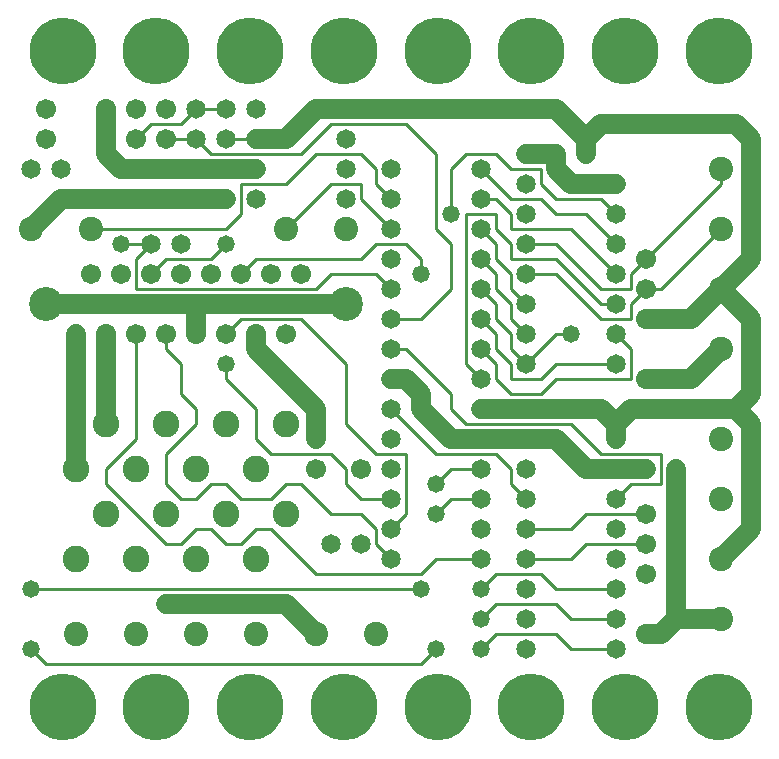
<source format=gbl>
%MOIN*%
%FSLAX25Y25*%
G04 D10 used for Character Trace; *
G04     Circle (OD=.01000) (No hole)*
G04 D11 used for Power Trace; *
G04     Circle (OD=.06700) (No hole)*
G04 D12 used for Signal Trace; *
G04     Circle (OD=.01100) (No hole)*
G04 D13 used for Via; *
G04     Circle (OD=.05800) (Round. Hole ID=.02800)*
G04 D14 used for Component hole; *
G04     Circle (OD=.06500) (Round. Hole ID=.03500)*
G04 D15 used for Component hole; *
G04     Circle (OD=.06700) (Round. Hole ID=.04300)*
G04 D16 used for Component hole; *
G04     Circle (OD=.08100) (Round. Hole ID=.05100)*
G04 D17 used for Component hole; *
G04     Circle (OD=.08900) (Round. Hole ID=.05900)*
G04 D18 used for Component hole; *
G04     Circle (OD=.11300) (Round. Hole ID=.08300)*
G04 D19 used for Component hole; *
G04     Circle (OD=.16000) (Round. Hole ID=.13000)*
G04 D20 used for Component hole; *
G04     Circle (OD=.18300) (Round. Hole ID=.15300)*
G04 D21 used for Component hole; *
G04     Circle (OD=.22291) (Round. Hole ID=.19291)*
%ADD10C,.01000*%
%ADD11C,.06700*%
%ADD12C,.01100*%
%ADD13C,.05800*%
%ADD14C,.06500*%
%ADD15C,.06700*%
%ADD16C,.08100*%
%ADD17C,.08900*%
%ADD18C,.11300*%
%ADD19C,.16000*%
%ADD20C,.18300*%
%ADD21C,.22291*%
%IPPOS*%
%LPD*%
G90*X0Y0D02*D21*X15625Y15625D03*D12*              
X10000Y30000D02*X135000D01*X140000Y35000D01*D13*  
D03*X155000D03*D12*X160000Y40000D01*X180000D01*   
X185000Y35000D01*X200000D01*D14*D03*Y45000D03*D12*
X185000D01*X180000Y50000D01*X160000D01*           
X155000Y45000D01*D13*D03*Y55000D03*D12*           
X160000Y60000D01*X175000D01*X180000Y55000D01*     
X200000D01*D14*D03*Y65000D03*D15*X210000Y60000D03*
D11*Y40000D02*X215000D01*D15*X210000D03*D11*      
X215000D02*X220000Y45000D01*X235000D01*D16*D03*   
D11*X220000D02*Y95000D01*D13*D03*D12*             
X215000Y90000D02*Y100000D01*X205000Y90000D02*     
X215000D01*X200000Y85000D02*X205000Y90000D01*D14* 
X200000Y85000D03*D13*X210000Y95000D03*D11*        
X200000D01*D14*D03*D11*X190000D01*                
X180000Y105000D01*D14*D03*D11*X155000D01*D14*D03* 
D11*X145000D01*X135000Y115000D01*Y120000D01*      
X130000Y125000D01*X125000D01*D14*D03*D12*         
X145000Y120000D02*X130000Y135000D01*              
X145000Y115000D02*Y120000D01*X150000Y110000D02*   
X145000Y115000D01*X150000Y110000D02*X185000D01*   
X195000Y100000D01*X215000D01*D11*                 
X200000Y105000D02*Y110000D01*D14*Y105000D03*D11*  
Y110000D02*X205000Y115000D01*X240000D01*          
X245000Y110000D01*Y75000D01*X235000Y65000D01*D16* 
D03*Y85000D03*D15*X210000Y80000D03*D12*X190000D01*
X185000Y75000D01*X170000D01*D14*D03*Y85000D03*D12*
X165000Y90000D01*Y95000D01*X160000Y100000D01*     
X140000D01*X125000Y115000D01*D14*D03*Y105000D03*  
D12*X110000Y110000D02*Y130000D01*                 
X120000Y100000D02*X110000Y110000D01*              
X120000Y100000D02*X130000D01*Y80000D01*           
X125000Y75000D01*D14*D03*D12*Y65000D02*           
X120000Y70000D01*D14*X125000Y65000D03*D12*        
X120000Y70000D02*Y75000D01*X115000Y80000D01*      
X105000D01*X95000Y90000D01*X90000D01*             
X85000Y85000D01*X75000D01*X70000Y90000D01*        
X65000D01*X60000Y85000D01*X55000D01*              
X50000Y90000D01*Y100000D01*X60000Y110000D01*      
Y115000D01*X55000Y120000D01*Y130000D01*           
X50000Y135000D01*Y140000D01*D15*D03*D11*X60000D02*
Y150000D01*D15*Y140000D03*D13*X70000Y130000D03*   
D12*Y125000D01*X80000Y115000D01*Y105000D01*       
X85000Y100000D01*X105000D01*X110000Y95000D01*     
Y90000D01*X115000Y85000D01*X125000D01*D14*D03*D15*
X115000Y95000D03*D14*X125000D03*X115000Y70000D03* 
D13*X140000Y80000D03*D12*X145000Y85000D01*        
X155000D01*D14*D03*D12*X140000Y90000D02*          
X145000Y95000D01*D13*X140000Y90000D03*D12*        
X145000Y95000D02*X155000D01*D14*D03*X170000D03*   
D13*Y115000D03*D11*X155000D01*D14*D03*D12*        
X165000Y125000D02*X175000D01*X180000Y130000D01*   
X200000D01*D14*D03*D12*X180000Y125000D02*         
X205000D01*X175000Y120000D02*X180000Y125000D01*   
X165000Y120000D02*X175000D01*X165000D02*          
X160000Y125000D01*Y130000D01*X155000Y135000D01*   
D14*D03*D12*X160000D02*Y140000D01*                
X165000Y130000D02*X160000Y135000D01*              
X165000Y125000D02*Y130000D01*D14*X170000D03*D12*  
X180000Y140000D01*X185000D01*D13*D03*D12*         
X195000Y150000D02*X200000D01*D14*D03*D12*         
X195000Y145000D02*X205000D01*X195000D02*          
X180000Y160000D01*X170000D01*D14*D03*D12*         
X165000Y165000D02*X180000D01*X195000Y150000D01*   
Y155000D02*X205000D01*Y160000D01*                 
X210000Y165000D01*D15*D03*D12*X235000Y190000D01*  
Y195000D01*D16*D03*D11*X245000Y165000D02*         
Y205000D01*X235000Y155000D02*X245000Y165000D01*   
D16*X235000Y155000D03*D11*X225000Y145000D01*      
X210000D01*D15*D03*D12*X205000D02*Y150000D01*D14* 
X200000Y140000D03*D12*X205000Y135000D01*          
Y125000D01*D15*X210000D03*D11*X225000D01*         
X235000Y135000D01*D16*D03*D11*X245000Y120000D02*  
Y145000D01*X240000Y115000D02*X245000Y120000D01*   
D16*X235000Y105000D03*D11*X245000Y145000D02*      
X235000Y155000D01*D16*Y175000D03*D12*             
X215000Y155000D01*X210000D01*D15*D03*D12*         
X205000Y150000D01*X195000Y155000D02*              
X180000Y170000D01*X170000D01*D14*D03*D12*         
X165000Y175000D02*X185000D01*X200000Y160000D01*   
D14*D03*Y170000D03*D12*X190000Y180000D01*         
X180000D01*X175000Y185000D01*X165000D01*          
X155000Y195000D01*D14*D03*D12*X165000D02*         
X160000Y200000D01*X165000Y195000D02*X175000D01*   
Y190000D01*X180000Y185000D01*X195000D01*          
X200000Y180000D01*D14*D03*Y190000D03*D11*         
X185000D01*X180000Y195000D01*Y200000D01*          
X170000D01*D14*D03*D12*X150000D02*X160000D01*     
X145000Y195000D02*X150000Y200000D01*              
X145000Y180000D02*Y195000D01*D13*Y180000D03*D12*  
Y170000D02*X140000Y175000D01*X145000Y155000D02*   
Y170000D01*X135000Y145000D02*X145000Y155000D01*   
X125000Y145000D02*X135000D01*D14*X125000D03*      
Y155000D03*D12*X120000Y160000D01*X105000D01*      
X100000Y155000D01*X40000D01*Y165000D01*           
X45000Y170000D01*D14*D03*D12*X35000D01*D13*D03*   
D15*X45000Y160000D03*D12*X50000Y165000D01*        
X65000D01*X70000Y170000D01*D13*D03*D12*           
X25000Y175000D02*X70000D01*D16*X25000D03*D11*     
X5000D02*X15000Y185000D01*D16*X5000Y175000D03*D11*
X15000Y185000D02*X50000D01*D14*D03*D11*X70000D01* 
D13*D03*D12*Y175000D02*X75000Y180000D01*          
Y190000D01*X90000D01*X100000Y200000D01*X115000D01*
X120000Y195000D01*Y190000D01*X125000Y185000D01*   
D14*D03*D12*X115000D02*Y190000D01*                
X125000Y175000D02*X115000Y185000D01*D14*          
X125000Y175000D03*D12*X135000Y165000D02*          
X130000Y170000D01*X135000Y160000D02*Y165000D01*   
D13*Y160000D03*D14*X125000Y165000D03*D12*         
X120000Y170000D02*X130000D01*X115000Y165000D02*   
X120000Y170000D01*X80000Y165000D02*X115000D01*    
X75000Y160000D02*X80000Y165000D01*D15*            
X75000Y160000D03*X85000D03*X65000D03*D16*         
X90000Y175000D03*D12*X105000Y190000D01*X115000D01*
D14*X110000Y195000D03*Y185000D03*                 
X125000Y195000D03*D16*X110000Y175000D03*D14*      
Y205000D03*D12*X140000Y200000D02*                 
X130000Y210000D01*X140000Y175000D02*Y200000D01*   
X150000Y130000D02*Y180000D01*X155000Y125000D02*   
X150000Y130000D01*D14*X155000Y125000D03*D12*      
X170000Y130000D02*X165000Y135000D01*Y140000D01*   
X160000Y145000D01*Y150000D01*X155000Y155000D01*   
D14*D03*D12*X160000D02*Y160000D01*                
X165000Y150000D02*X160000Y155000D01*              
X165000Y145000D02*Y150000D01*X170000Y140000D02*   
X165000Y145000D01*D14*X170000Y140000D03*          
Y150000D03*D12*X165000Y155000D01*Y160000D01*      
X160000Y165000D01*Y170000D01*X155000Y175000D01*   
D14*D03*D12*X160000D02*Y180000D01*                
X165000Y170000D02*X160000Y175000D01*              
X165000Y165000D02*Y170000D01*X160000Y160000D02*   
X155000Y165000D01*D14*D03*D12*X165000Y175000D02*  
Y180000D01*X160000Y185000D01*X155000D01*D14*D03*  
D12*X150000Y180000D02*X160000D01*D14*X170000D03*  
Y190000D03*D12*X105000Y210000D02*X130000D01*      
X95000Y200000D02*X105000Y210000D01*               
X65000Y200000D02*X95000D01*X65000D02*             
X60000Y205000D01*D14*D03*D12*X50000D01*D15*D03*   
D12*X45000Y210000D02*X55000D01*X40000Y205000D02*  
X45000Y210000D01*D15*X40000Y205000D03*D14*        
X50000Y195000D03*D11*X35000D01*X30000Y200000D01*  
Y205000D01*D15*D03*D11*Y215000D01*D15*D03*        
X40000D03*D11*X50000Y195000D02*X80000D01*D14*D03* 
D11*Y205000D02*X90000D01*D14*X80000D03*D12*       
X70000D01*D14*D03*X80000Y215000D03*X60000D03*D12* 
X55000Y210000D01*X60000Y215000D02*X70000D01*D14*  
D03*D11*X90000Y205000D02*X100000Y215000D01*       
X110000D01*D14*D03*D11*X180000D01*                
X190000Y205000D01*Y200000D01*D14*D03*D11*         
Y205000D02*X195000Y210000D01*X240000D01*          
X245000Y205000D01*D21*X234375Y234375D03*          
X203125D03*X171875D03*D12*X160000Y140000D02*      
X155000Y145000D01*D14*D03*D12*X125000Y135000D02*  
X130000D01*D14*X125000D03*D18*X110000Y150000D03*  
D11*X60000D01*X10000D01*D18*D03*D13*              
X20000Y140000D03*D11*Y95000D01*D17*D03*D12*       
X50000Y70000D02*X30000Y90000D01*X50000Y70000D02*  
X55000D01*X60000Y75000D01*X65000D01*              
X70000Y70000D01*X75000D01*X80000Y75000D01*        
X85000D01*X100000Y60000D01*X135000D01*            
X140000Y65000D01*X155000D01*D14*D03*Y75000D03*    
X170000Y55000D03*Y65000D03*D12*X185000D01*        
X190000Y70000D01*X210000D01*D15*D03*D14*          
X200000Y75000D03*D11*Y110000D02*X195000Y115000D01*
X170000D01*D13*X135000Y55000D03*D12*X5000D01*D13* 
D03*D16*X20000Y40000D03*D17*Y65000D03*D13*        
X5000Y35000D03*D12*X10000Y30000D01*D16*           
X40000Y40000D03*D17*Y65000D03*D21*X46875Y15625D03*
D13*X50000Y50000D03*D11*X90000D01*                
X100000Y40000D01*D16*D03*X120000D03*X80000D03*D21*
X78125Y15625D03*X109375D03*D17*X80000Y65000D03*   
D14*X105000Y70000D03*D21*X140625Y15625D03*D17*    
X60000Y65000D03*D16*Y40000D03*D17*X90000Y80000D03*
X70000D03*X50000D03*D15*X100000Y95000D03*D17*     
X80000D03*X60000D03*X40000D03*D13*                
X100000Y105000D03*D11*Y115000D01*X80000Y135000D01*
Y140000D01*D15*D03*D12*X70000D02*X75000Y145000D01*
D15*X70000Y140000D03*D12*X75000Y145000D02*        
X95000D01*X110000Y130000D01*D17*X90000Y110000D03* 
D15*Y140000D03*X95000Y160000D03*D17*              
X70000Y110000D03*D14*X55000Y170000D03*D15*        
Y160000D03*D14*X80000Y185000D03*D17*              
X50000Y110000D03*D15*X40000Y140000D03*D12*        
Y105000D01*X30000Y95000D01*Y90000D01*D17*         
Y80000D03*Y110000D03*D11*Y140000D01*D15*D03*      
X35000Y160000D03*X25000D03*D14*X15000Y195000D03*  
X5000D03*D15*X10000Y205000D03*X50000Y215000D03*   
X10000D03*D21*X109375Y234375D03*X78125D03*        
X46875D03*X15625D03*X140625D03*X171875Y15625D03*  
D14*X170000Y35000D03*Y45000D03*D21*               
X203125Y15625D03*X234375D03*M02*                  

</source>
